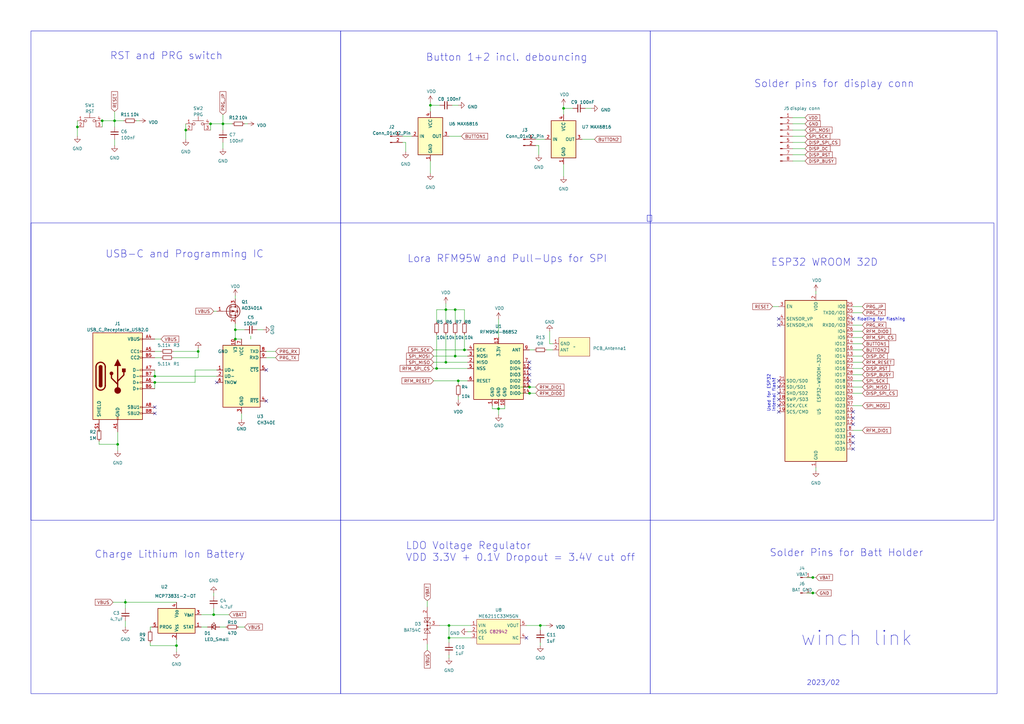
<source format=kicad_sch>
(kicad_sch (version 20230121) (generator eeschema)
  (paper "A3")
  (lib_symbols
    (symbol "Battery_Management:MCP73831-2-OT"
      (property "Reference" "U" (at -7.62 6.35 0))
      (property "Value" "MCP73831-2-OT" (at 1.27 6.35 0))
      (symbol "MCP73831-2-OT_1_1"
        (pin output line (at 10.16 -2.54 180) (length 2.54) (name "STAT") (number "1"))
        (pin power_in line (at 0 -7.62 90) (length 2.54) (name "V_{SS}") (number "2"))
        (pin power_out line (at 10.16 2.54 180) (length 2.54) (name "V_{BAT}") (number "3"))
        (pin power_in line (at 0 7.62 270) (length 2.54) (name "V_{DD}") (number "4"))
        (pin input line (at -10.16 -2.54 0) (length 2.54) (name "PROG") (number "5"))
      )
    )
    (symbol "Connector:Conn_01x01_Pin" (pin_names (offset 1.016) hide)
      (property "Reference" "J" (at 0 2.54 0))
      (property "Value" "Conn_01x01_Pin" (at 0 -2.54 0))
      (symbol "Conn_01x01_Pin_1_1"
        (pin passive line (at 5.08 0 180) (length 3.81) (name "Pin_1") (number "1"))
      )
    )
    (symbol "Connector:Conn_01x02_Pin" (pin_names (offset 1.016) hide)
      (property "Reference" "J" (at 0 2.54 0))
      (property "Value" "Conn_01x02_Pin" (at 0 -5.08 0))
      (symbol "Conn_01x02_Pin_1_1"
        (pin passive line (at 5.08 0 180) (length 3.81) (name "Pin_1") (number "1"))
        (pin passive line (at 5.08 -2.54 180) (length 3.81) (name "Pin_2") (number "2"))
      )
    )
    (symbol "Connector:Conn_01x08_Pin" (pin_names (offset 1.016) hide)
      (property "Reference" "J" (at 0 10.16 0))
      (property "Value" "Conn_01x08_Pin" (at 0 -12.7 0))
      (symbol "Conn_01x08_Pin_1_1"
        (pin passive line (at 5.08 7.62 180) (length 3.81) (name "Pin_1") (number "1"))
        (pin passive line (at 5.08 5.08 180) (length 3.81) (name "Pin_2") (number "2"))
        (pin passive line (at 5.08 2.54 180) (length 3.81) (name "Pin_3") (number "3"))
        (pin passive line (at 5.08 0 180) (length 3.81) (name "Pin_4") (number "4"))
        (pin passive line (at 5.08 -2.54 180) (length 3.81) (name "Pin_5") (number "5"))
        (pin passive line (at 5.08 -5.08 180) (length 3.81) (name "Pin_6") (number "6"))
        (pin passive line (at 5.08 -7.62 180) (length 3.81) (name "Pin_7") (number "7"))
        (pin passive line (at 5.08 -10.16 180) (length 3.81) (name "Pin_8") (number "8"))
      )
    )
    (symbol "Connector:USB_C_Receptacle_USB2.0" (pin_names (offset 1.016))
      (property "Reference" "J" (at -10.16 19.05 0))
      (property "Value" "USB_C_Receptacle_USB2.0" (at 19.05 19.05 0))
      (symbol "USB_C_Receptacle_USB2.0_1_1"
        (pin passive line (at 0 -22.86 90) (length 5.08) (name "GND") (number "A1"))
        (pin passive line (at 0 -22.86 90) (length 5.08) hide (name "GND") (number "A12"))
        (pin passive line (at 15.24 15.24 180) (length 5.08) (name "VBUS") (number "A4"))
        (pin bidirectional line (at 15.24 10.16 180) (length 5.08) (name "CC1") (number "A5"))
        (pin bidirectional line (at 15.24 -2.54 180) (length 5.08) (name "D+") (number "A6"))
        (pin bidirectional line (at 15.24 2.54 180) (length 5.08) (name "D-") (number "A7"))
        (pin bidirectional line (at 15.24 -12.7 180) (length 5.08) (name "SBU1") (number "A8"))
        (pin passive line (at 15.24 15.24 180) (length 5.08) hide (name "VBUS") (number "A9"))
        (pin passive line (at 0 -22.86 90) (length 5.08) hide (name "GND") (number "B1"))
        (pin passive line (at 0 -22.86 90) (length 5.08) hide (name "GND") (number "B12"))
        (pin passive line (at 15.24 15.24 180) (length 5.08) hide (name "VBUS") (number "B4"))
        (pin bidirectional line (at 15.24 7.62 180) (length 5.08) (name "CC2") (number "B5"))
        (pin bidirectional line (at 15.24 -5.08 180) (length 5.08) (name "D+") (number "B6"))
        (pin bidirectional line (at 15.24 0 180) (length 5.08) (name "D-") (number "B7"))
        (pin bidirectional line (at 15.24 -15.24 180) (length 5.08) (name "SBU2") (number "B8"))
        (pin passive line (at 15.24 15.24 180) (length 5.08) hide (name "VBUS") (number "B9"))
        (pin passive line (at -7.62 -22.86 90) (length 5.08) (name "SHIELD") (number "S1"))
      )
    )
    (symbol "Device:C_Small" (pin_numbers hide) (pin_names (offset 0.254) hide)
      (property "Reference" "C" (at 0.254 1.778 0))
      (property "Value" "C_Small" (at 0.254 -2.032 0))
      (symbol "C_Small_1_1"
        (pin passive line (at 0 2.54 270) (length 2.032) (name "~") (number "1"))
        (pin passive line (at 0 -2.54 90) (length 2.032) (name "~") (number "2"))
      )
    )
    (symbol "Device:LED_Small" (pin_numbers hide) (pin_names (offset 0.254) hide)
      (property "Reference" "D" (at -1.27 3.175 0))
      (property "Value" "LED_Small" (at -4.445 -2.54 0))
      (symbol "LED_Small_1_1"
        (pin passive line (at -2.54 0 0) (length 1.778) (name "K") (number "1"))
        (pin passive line (at 2.54 0 180) (length 1.778) (name "A") (number "2"))
      )
    )
    (symbol "Device:R_Small" (pin_numbers hide) (pin_names (offset 0.254) hide)
      (property "Reference" "R" (at 0.762 0.508 0))
      (property "Value" "R_Small" (at 0.762 -1.016 0))
      (symbol "R_Small_1_1"
        (pin passive line (at 0 2.54 270) (length 0.762) (name "~") (number "1"))
        (pin passive line (at 0 -2.54 90) (length 0.762) (name "~") (number "2"))
      )
    )
    (symbol "Diode:BAT54C" (pin_names (offset 1.016))
      (property "Reference" "D" (at 0.635 -3.81 0))
      (property "Value" "BAT54C" (at -6.35 3.175 0))
      (symbol "BAT54C_1_1"
        (pin passive line (at -7.62 0 0) (length 3.81) (name "~") (number "1"))
        (pin passive line (at 7.62 0 180) (length 3.81) (name "~") (number "2"))
        (pin passive line (at 0 -5.08 90) (length 5.08) (name "~") (number "3"))
      )
    )
    (symbol "Interface:MAX6816"
      (property "Reference" "U" (at 2.54 8.89 0))
      (property "Value" "MAX6816" (at 5.08 -8.89 0))
      (symbol "MAX6816_1_1"
        (pin power_in line (at 0 -10.16 90) (length 2.54) (name "GND") (number "1"))
        (pin input line (at -7.62 0 0) (length 2.54) (name "IN") (number "2"))
        (pin output line (at 7.62 0 180) (length 2.54) (name "OUT") (number "3"))
        (pin power_in line (at 0 10.16 270) (length 2.54) (name "VCC") (number "4"))
      )
    )
    (symbol "Interface_USB:CH340E"
      (property "Reference" "U" (at -5.08 13.97 0))
      (property "Value" "CH340E" (at 1.27 13.97 0))
      (symbol "CH340E_1_1"
        (pin bidirectional line (at -10.16 2.54 0) (length 2.54) (name "UD+") (number "1"))
        (pin passive line (at -2.54 15.24 270) (length 2.54) (name "V3") (number "10"))
        (pin bidirectional line (at -10.16 0 0) (length 2.54) (name "UD-") (number "2"))
        (pin power_in line (at 0 -15.24 90) (length 2.54) (name "GND") (number "3"))
        (pin output line (at 10.16 -10.16 180) (length 2.54) (name "~{RTS}") (number "4"))
        (pin input line (at 10.16 2.54 180) (length 2.54) (name "~{CTS}") (number "5"))
        (pin output line (at -10.16 -2.54 0) (length 2.54) (name "TNOW") (number "6"))
        (pin power_in line (at 0 15.24 270) (length 2.54) (name "VCC") (number "7"))
        (pin output line (at 10.16 10.16 180) (length 2.54) (name "TXD") (number "8"))
        (pin input line (at 10.16 7.62 180) (length 2.54) (name "RXD") (number "9"))
      )
    )
    (symbol "Lora:pcb_antenna"
      (property "Reference" "PCB_Antenna" (at 0 5.08 0))
      (symbol "pcb_antenna_0_1"
        (pin passive line (at -8.89 1.27 0) (length 2.54) (name "GND") (number "1"))
        (pin passive line (at -8.89 -1.27 0) (length 2.54) (name "ANT") (number "2"))
      )
    )
    (symbol "ME6211:ME6211C33M5G"
      (property "Reference" "U" (at 0 0 0))
      (property "Value" "ME6211C33M5GN" (at 0 -6.35 0))
      (symbol "ME6211C33M5G_1_1"
        (pin input line (at -11.43 2.54 0) (length 2.54) (name "VIN") (number "1"))
        (pin input line (at -11.43 0 0) (length 2.54) (name "VSS") (number "2"))
        (pin input line (at -11.43 -2.54 0) (length 2.54) (name "CE") (number "3"))
        (pin input line (at 11.43 -2.54 180) (length 2.54) (name "NC") (number "4"))
        (pin input line (at 11.43 2.54 180) (length 2.54) (name "VOUT") (number "5"))
      )
    )
    (symbol "RF_Module:ESP32-WROOM-32D"
      (property "Reference" "U" (at -12.7 34.29 0))
      (property "Value" "ESP32-WROOM-32D" (at 1.27 34.29 0))
      (symbol "ESP32-WROOM-32D_1_1"
        (pin power_in line (at 0 -35.56 90) (length 2.54) (name "GND") (number "1"))
        (pin bidirectional line (at 15.24 -12.7 180) (length 2.54) (name "IO25") (number "10"))
        (pin bidirectional line (at 15.24 -15.24 180) (length 2.54) (name "IO26") (number "11"))
        (pin bidirectional line (at 15.24 -17.78 180) (length 2.54) (name "IO27") (number "12"))
        (pin bidirectional line (at 15.24 10.16 180) (length 2.54) (name "IO14") (number "13"))
        (pin bidirectional line (at 15.24 15.24 180) (length 2.54) (name "IO12") (number "14"))
        (pin passive line (at 0 -35.56 90) (length 2.54) hide (name "GND") (number "15"))
        (pin bidirectional line (at 15.24 12.7 180) (length 2.54) (name "IO13") (number "16"))
        (pin bidirectional line (at -15.24 -5.08 0) (length 2.54) (name "SHD/SD2") (number "17"))
        (pin bidirectional line (at -15.24 -7.62 0) (length 2.54) (name "SWP/SD3") (number "18"))
        (pin bidirectional line (at -15.24 -12.7 0) (length 2.54) (name "SCS/CMD") (number "19"))
        (pin power_in line (at 0 35.56 270) (length 2.54) (name "VDD") (number "2"))
        (pin bidirectional line (at -15.24 -10.16 0) (length 2.54) (name "SCK/CLK") (number "20"))
        (pin bidirectional line (at -15.24 0 0) (length 2.54) (name "SDO/SD0") (number "21"))
        (pin bidirectional line (at -15.24 -2.54 0) (length 2.54) (name "SDI/SD1") (number "22"))
        (pin bidirectional line (at 15.24 7.62 180) (length 2.54) (name "IO15") (number "23"))
        (pin bidirectional line (at 15.24 25.4 180) (length 2.54) (name "IO2") (number "24"))
        (pin bidirectional line (at 15.24 30.48 180) (length 2.54) (name "IO0") (number "25"))
        (pin bidirectional line (at 15.24 20.32 180) (length 2.54) (name "IO4") (number "26"))
        (pin bidirectional line (at 15.24 5.08 180) (length 2.54) (name "IO16") (number "27"))
        (pin bidirectional line (at 15.24 2.54 180) (length 2.54) (name "IO17") (number "28"))
        (pin bidirectional line (at 15.24 17.78 180) (length 2.54) (name "IO5") (number "29"))
        (pin input line (at -15.24 30.48 0) (length 2.54) (name "EN") (number "3"))
        (pin bidirectional line (at 15.24 0 180) (length 2.54) (name "IO18") (number "30"))
        (pin bidirectional line (at 15.24 -2.54 180) (length 2.54) (name "IO19") (number "31"))
        (pin no_connect line (at -12.7 -27.94 0) (length 2.54) hide (name "NC") (number "32"))
        (pin bidirectional line (at 15.24 -5.08 180) (length 2.54) (name "IO21") (number "33"))
        (pin bidirectional line (at 15.24 22.86 180) (length 2.54) (name "RXD0/IO3") (number "34"))
        (pin bidirectional line (at 15.24 27.94 180) (length 2.54) (name "TXD0/IO1") (number "35"))
        (pin bidirectional line (at 15.24 -7.62 180) (length 2.54) (name "IO22") (number "36"))
        (pin bidirectional line (at 15.24 -10.16 180) (length 2.54) (name "IO23") (number "37"))
        (pin passive line (at 0 -35.56 90) (length 2.54) hide (name "GND") (number "38"))
        (pin passive line (at 0 -35.56 90) (length 2.54) hide (name "GND") (number "39"))
        (pin input line (at -15.24 25.4 0) (length 2.54) (name "SENSOR_VP") (number "4"))
        (pin input line (at -15.24 22.86 0) (length 2.54) (name "SENSOR_VN") (number "5"))
        (pin input line (at 15.24 -25.4 180) (length 2.54) (name "IO34") (number "6"))
        (pin input line (at 15.24 -27.94 180) (length 2.54) (name "IO35") (number "7"))
        (pin bidirectional line (at 15.24 -20.32 180) (length 2.54) (name "IO32") (number "8"))
        (pin bidirectional line (at 15.24 -22.86 180) (length 2.54) (name "IO33") (number "9"))
      )
    )
    (symbol "RF_Module:RFM95W-868S2" (pin_names (offset 1.016))
      (property "Reference" "U" (at -10.414 11.684 0))
      (property "Value" "RFM95W-868S2" (at 1.524 11.43 0))
      (symbol "RFM95W-868S2_1_1"
        (pin power_in line (at -2.54 -15.24 90) (length 2.54) (name "GND") (number "1"))
        (pin power_in line (at 2.54 -15.24 90) (length 2.54) (name "GND") (number "10"))
        (pin bidirectional line (at 12.7 -2.54 180) (length 2.54) (name "DIO3") (number "11"))
        (pin bidirectional line (at 12.7 0 180) (length 2.54) (name "DIO4") (number "12"))
        (pin power_in line (at 0 12.7 270) (length 2.54) (name "3.3V") (number "13"))
        (pin bidirectional line (at 12.7 -10.16 180) (length 2.54) (name "DIO0") (number "14"))
        (pin bidirectional line (at 12.7 -7.62 180) (length 2.54) (name "DIO1") (number "15"))
        (pin bidirectional line (at 12.7 -5.08 180) (length 2.54) (name "DIO2") (number "16"))
        (pin output line (at -12.7 2.54 0) (length 2.54) (name "MISO") (number "2"))
        (pin input line (at -12.7 5.08 0) (length 2.54) (name "MOSI") (number "3"))
        (pin input line (at -12.7 7.62 0) (length 2.54) (name "SCK") (number "4"))
        (pin input line (at -12.7 0 0) (length 2.54) (name "NSS") (number "5"))
        (pin bidirectional line (at -12.7 -5.08 0) (length 2.54) (name "RESET") (number "6"))
        (pin bidirectional line (at 12.7 2.54 180) (length 2.54) (name "DIO5") (number "7"))
        (pin power_in line (at 0 -15.24 90) (length 2.54) (name "GND") (number "8"))
        (pin bidirectional line (at 12.7 7.62 180) (length 2.54) (name "ANT") (number "9"))
      )
    )
    (symbol "SW_MEC_5E_1" (pin_names (offset 1.016) hide)
      (property "Reference" "SW" (at 0.635 5.715 0))
      (property "Value" "SW_MEC_5E" (at 0 -3.175 0))
      (symbol "SW_MEC_5E_1_0_1"
        (pin passive line (at -5.08 2.54 0) (length 2.54) (name "1") (number "1"))
        (pin passive line (at -5.08 0 0) (length 2.54) (name "2") (number "2"))
        (pin passive line (at 5.08 0 180) (length 2.54) (name "3") (number "3"))
        (pin passive line (at 5.08 2.54 180) (length 2.54) (name "4") (number "4"))
      )
    )
    (symbol "Switch:SW_MEC_5E" (pin_names (offset 1.016) hide)
      (property "Reference" "SW" (at 0.635 5.715 0))
      (property "Value" "SW_MEC_5E" (at 0 -3.175 0))
      (symbol "SW_MEC_5E_0_1"
        (pin passive line (at -5.08 2.54 0) (length 2.54) (name "1") (number "1"))
        (pin passive line (at -5.08 0 0) (length 2.54) (name "2") (number "2"))
        (pin passive line (at 5.08 0 180) (length 2.54) (name "K") (number "3"))
        (pin passive line (at 5.08 2.54 180) (length 2.54) (name "A") (number "4"))
      )
    )
    (symbol "Transistor_FET:AO3401A" (pin_names hide)
      (property "Reference" "Q" (at 5.08 1.905 0))
      (property "Value" "AO3401A" (at 5.08 0 0))
      (symbol "AO3401A_1_1"
        (pin input line (at -5.08 0 0) (length 2.54) (name "G") (number "1"))
        (pin passive line (at 2.54 -5.08 90) (length 2.54) (name "S") (number "2"))
        (pin passive line (at 2.54 5.08 270) (length 2.54) (name "D") (number "3"))
      )
    )
    (symbol "power:GND" (power) (pin_names (offset 0))
      (property "Value" "GND" (at 0 -3.81 0))
      (symbol "GND_1_1"
        (pin power_in line (at 0 0 270) (length 0) hide (name "GND") (number "1"))
      )
    )
    (symbol "power:VDD" (power) (pin_names (offset 0))
      (property "Value" "VDD" (at 0 3.81 0))
      (symbol "VDD_1_1"
        (pin power_in line (at 0 0 90) (length 0) hide (name "VDD") (number "1"))
      )
    )
  )
  (junction (at 221.615 256.54))
  (junction (at 72.39 264.795))
  (junction (at 333.375 236.855))
  (junction (at 333.375 243.205))
  (junction (at 46.99 49.53))
  (junction (at 86.36 50.8))
  (junction (at 76.2 53.34))
  (junction (at 182.88 127))
  (junction (at 96.52 139.065))
  (junction (at 231.14 44.45))
  (junction (at 184.15 261.62))
  (junction (at 184.15 256.54))
  (junction (at 91.44 50.8))
  (junction (at 96.52 135.255))
  (junction (at 87.63 252.095))
  (junction (at 48.26 182.245))
  (junction (at 186.69 127))
  (junction (at 217.17 158.75))
  (junction (at 204.47 167.64))
  (junction (at 51.435 247.015))
  (junction (at 190.5 143.51))
  (junction (at 186.69 146.05))
  (junction (at 41.91 49.53))
  (junction (at 31.75 52.07))
  (junction (at 179.07 151.13))
  (junction (at 182.88 148.59))
  (junction (at 176.53 43.18))
  (junction (at 81.28 144.145))
  (junction (at 63.5 156.845))
  (junction (at 187.96 156.21))
  (junction (at 217.17 161.29))
  (junction (at 63.5 154.305))
  (no_connect (at 63.5 167.005))
  (no_connect (at 217.17 156.21))
  (no_connect (at 217.17 153.67))
  (no_connect (at 349.885 184.15))
  (no_connect (at 319.405 166.37))
  (no_connect (at 319.405 168.91))
  (no_connect (at 217.17 151.13))
  (no_connect (at 349.885 171.45))
  (no_connect (at 109.22 151.765))
  (no_connect (at 217.17 148.59))
  (no_connect (at 349.885 130.81))
  (no_connect (at 319.405 156.21))
  (no_connect (at 349.885 179.07))
  (no_connect (at 63.5 169.545))
  (no_connect (at 349.885 181.61))
  (no_connect (at 319.405 130.81))
  (no_connect (at 319.405 133.35))
  (no_connect (at 349.885 168.91))
  (no_connect (at 215.9 261.62))
  (no_connect (at 319.405 161.29))
  (no_connect (at 319.405 158.75))
  (no_connect (at 109.22 164.465))
  (no_connect (at 319.405 163.83))
  (no_connect (at 349.885 173.99))
  (no_connect (at 88.9 156.845))
  (wire (pts (xy 187.96 156.21) (xy 187.96 157.48)))
  (wire (pts (xy 349.885 135.89) (xy 353.695 135.89)))
  (wire (pts (xy 63.5 139.065) (xy 66.04 139.065)))
  (wire (pts (xy 190.5 137.16) (xy 190.5 143.51)))
  (wire (pts (xy 217.17 161.29) (xy 219.71 161.29)))
  (wire (pts (xy 109.22 146.685) (xy 113.03 146.685)))
  (wire (pts (xy 330.835 243.205) (xy 333.375 243.205)))
  (wire (pts (xy 61.595 258.445) (xy 61.595 257.175)))
  (wire (pts (xy 182.88 127) (xy 182.88 124.46)))
  (wire (pts (xy 213.36 158.75) (xy 217.17 158.75)))
  (wire (pts (xy 63.5 144.145) (xy 66.04 144.145)))
  (wire (pts (xy 190.5 127) (xy 190.5 132.08)))
  (wire (pts (xy 31.75 49.53) (xy 31.75 52.07)))
  (wire (pts (xy 231.14 43.18) (xy 231.14 44.45)))
  (wire (pts (xy 100.33 50.8) (xy 101.6 50.8)))
  (wire (pts (xy 231.14 67.31) (xy 231.14 72.39)))
  (wire (pts (xy 238.76 57.15) (xy 243.84 57.15)))
  (wire (pts (xy 221.615 256.54) (xy 224.155 256.54)))
  (wire (pts (xy 76.2 53.34) (xy 76.2 57.15)))
  (wire (pts (xy 176.53 43.18) (xy 180.34 43.18)))
  (wire (pts (xy 184.15 55.88) (xy 189.23 55.88)))
  (wire (pts (xy 190.5 143.51) (xy 191.77 143.51)))
  (wire (pts (xy 349.885 166.37) (xy 353.695 166.37)))
  (wire (pts (xy 213.36 161.29) (xy 217.17 161.29)))
  (wire (pts (xy 349.885 146.05) (xy 353.695 146.05)))
  (wire (pts (xy 186.69 146.05) (xy 191.77 146.05)))
  (wire (pts (xy 182.88 127) (xy 182.88 132.08)))
  (wire (pts (xy 46.355 247.015) (xy 51.435 247.015)))
  (wire (pts (xy 96.52 139.065) (xy 99.06 139.065)))
  (wire (pts (xy 91.44 50.8) (xy 95.25 50.8)))
  (wire (pts (xy 105.41 135.255) (xy 107.95 135.255)))
  (wire (pts (xy 187.96 156.21) (xy 191.77 156.21)))
  (wire (pts (xy 176.53 41.91) (xy 176.53 43.18)))
  (wire (pts (xy 334.645 191.77) (xy 334.645 193.04)))
  (wire (pts (xy 40.64 177.165) (xy 40.64 175.895)))
  (wire (pts (xy 325.12 58.42) (xy 330.2 58.42)))
  (wire (pts (xy 224.155 143.51) (xy 226.695 143.51)))
  (wire (pts (xy 96.52 135.255) (xy 96.52 139.065)))
  (wire (pts (xy 63.5 151.765) (xy 63.5 154.305)))
  (wire (pts (xy 63.5 156.845) (xy 63.5 159.385)))
  (wire (pts (xy 91.44 50.8) (xy 91.44 53.34)))
  (wire (pts (xy 71.12 144.145) (xy 81.28 144.145)))
  (wire (pts (xy 46.99 45.72) (xy 46.99 49.53)))
  (wire (pts (xy 63.5 154.305) (xy 88.9 154.305)))
  (wire (pts (xy 51.435 245.745) (xy 51.435 247.015)))
  (wire (pts (xy 349.885 161.29) (xy 353.695 161.29)))
  (wire (pts (xy 186.69 127) (xy 182.88 127)))
  (wire (pts (xy 349.885 176.53) (xy 353.695 176.53)))
  (wire (pts (xy 325.12 63.5) (xy 330.2 63.5)))
  (wire (pts (xy 177.8 148.59) (xy 182.88 148.59)))
  (wire (pts (xy 87.63 249.555) (xy 87.63 252.095)))
  (wire (pts (xy 85.09 257.175) (xy 82.55 257.175)))
  (wire (pts (xy 72.39 262.255) (xy 72.39 264.795)))
  (wire (pts (xy 61.595 264.795) (xy 72.39 264.795)))
  (wire (pts (xy 184.15 269.875) (xy 184.15 268.605)))
  (wire (pts (xy 102.87 137.795) (xy 102.87 139.065)))
  (wire (pts (xy 349.885 128.27) (xy 353.695 128.27)))
  (wire (pts (xy 91.44 46.99) (xy 91.44 50.8)))
  (wire (pts (xy 51.435 254.635) (xy 51.435 257.175)))
  (wire (pts (xy 177.8 143.51) (xy 190.5 143.51)))
  (wire (pts (xy 48.26 177.165) (xy 48.26 182.245)))
  (wire (pts (xy 72.39 264.795) (xy 72.39 267.335)))
  (wire (pts (xy 81.28 144.145) (xy 81.28 146.685)))
  (wire (pts (xy 184.15 263.525) (xy 184.15 261.62)))
  (wire (pts (xy 176.53 66.04) (xy 176.53 71.12)))
  (wire (pts (xy 334.645 243.205) (xy 333.375 243.205)))
  (wire (pts (xy 219.71 57.15) (xy 223.52 57.15)))
  (wire (pts (xy 180.34 256.54) (xy 184.15 256.54)))
  (wire (pts (xy 325.12 53.34) (xy 330.2 53.34)))
  (wire (pts (xy 55.88 49.53) (xy 57.15 49.53)))
  (wire (pts (xy 177.8 151.13) (xy 179.07 151.13)))
  (wire (pts (xy 90.17 257.175) (xy 92.71 257.175)))
  (wire (pts (xy 325.12 60.96) (xy 330.2 60.96)))
  (wire (pts (xy 349.885 140.97) (xy 353.695 140.97)))
  (wire (pts (xy 349.885 158.75) (xy 353.695 158.75)))
  (wire (pts (xy 207.01 166.37) (xy 207.01 167.64)))
  (wire (pts (xy 51.435 249.555) (xy 51.435 247.015)))
  (wire (pts (xy 334.645 119.38) (xy 334.645 120.65)))
  (wire (pts (xy 204.47 170.18) (xy 204.47 167.64)))
  (wire (pts (xy 225.425 135.89) (xy 225.425 140.97)))
  (wire (pts (xy 86.36 50.8) (xy 91.44 50.8)))
  (wire (pts (xy 96.52 132.715) (xy 96.52 135.255)))
  (wire (pts (xy 46.99 49.53) (xy 46.99 52.07)))
  (wire (pts (xy 165.1 55.88) (xy 168.91 55.88)))
  (wire (pts (xy 349.885 156.21) (xy 353.695 156.21)))
  (wire (pts (xy 179.07 151.13) (xy 191.77 151.13)))
  (wire (pts (xy 182.88 137.16) (xy 182.88 148.59)))
  (wire (pts (xy 81.28 142.875) (xy 81.28 144.145)))
  (wire (pts (xy 63.5 156.845) (xy 80.01 156.845)))
  (wire (pts (xy 91.44 58.42) (xy 91.44 60.96)))
  (wire (pts (xy 96.52 135.255) (xy 100.33 135.255)))
  (wire (pts (xy 215.9 256.54) (xy 221.615 256.54)))
  (wire (pts (xy 217.17 143.51) (xy 219.075 143.51)))
  (wire (pts (xy 221.615 258.445) (xy 221.615 256.54)))
  (wire (pts (xy 96.52 121.285) (xy 96.52 122.555)))
  (wire (pts (xy 184.15 261.62) (xy 193.04 261.62)))
  (wire (pts (xy 46.99 57.15) (xy 46.99 59.69)))
  (wire (pts (xy 325.12 50.8) (xy 330.2 50.8)))
  (wire (pts (xy 80.01 156.845) (xy 80.01 151.765)))
  (wire (pts (xy 204.47 167.64) (xy 207.01 167.64)))
  (wire (pts (xy 41.91 49.53) (xy 46.99 49.53)))
  (wire (pts (xy 231.14 44.45) (xy 231.14 46.99)))
  (wire (pts (xy 179.07 127) (xy 179.07 132.08)))
  (wire (pts (xy 193.04 256.54) (xy 184.15 256.54)))
  (wire (pts (xy 240.03 44.45) (xy 242.57 44.45)))
  (wire (pts (xy 63.5 146.685) (xy 66.04 146.685)))
  (wire (pts (xy 349.885 143.51) (xy 353.695 143.51)))
  (wire (pts (xy 186.69 127) (xy 190.5 127)))
  (wire (pts (xy 217.17 158.75) (xy 219.71 158.75)))
  (wire (pts (xy 48.26 182.245) (xy 40.64 182.245)))
  (wire (pts (xy 179.07 137.16) (xy 179.07 151.13)))
  (wire (pts (xy 201.93 166.37) (xy 201.93 167.64)))
  (wire (pts (xy 48.26 182.245) (xy 48.26 184.785)))
  (wire (pts (xy 71.12 146.685) (xy 81.28 146.685)))
  (wire (pts (xy 325.12 55.88) (xy 330.2 55.88)))
  (wire (pts (xy 61.595 257.175) (xy 62.23 257.175)))
  (wire (pts (xy 99.06 169.545) (xy 99.06 172.085)))
  (wire (pts (xy 184.15 256.54) (xy 184.15 261.62)))
  (wire (pts (xy 87.63 127.635) (xy 88.9 127.635)))
  (wire (pts (xy 165.1 58.42) (xy 166.37 58.42)))
  (wire (pts (xy 330.835 236.855) (xy 333.375 236.855)))
  (wire (pts (xy 325.12 66.04) (xy 330.2 66.04)))
  (wire (pts (xy 185.42 43.18) (xy 187.96 43.18)))
  (wire (pts (xy 325.12 48.26) (xy 330.2 48.26)))
  (wire (pts (xy 316.865 125.73) (xy 319.405 125.73)))
  (wire (pts (xy 349.885 148.59) (xy 353.695 148.59)))
  (wire (pts (xy 349.885 151.13) (xy 353.695 151.13)))
  (wire (pts (xy 175.26 264.16) (xy 175.26 266.7)))
  (wire (pts (xy 166.37 58.42) (xy 166.37 62.23)))
  (wire (pts (xy 86.36 50.8) (xy 86.36 53.34)))
  (wire (pts (xy 175.26 246.38) (xy 175.26 248.92)))
  (wire (pts (xy 220.98 59.69) (xy 220.98 63.5)))
  (wire (pts (xy 186.69 137.16) (xy 186.69 146.05)))
  (wire (pts (xy 51.435 247.015) (xy 72.39 247.015)))
  (wire (pts (xy 87.63 243.205) (xy 87.63 244.475)))
  (wire (pts (xy 349.885 133.35) (xy 353.695 133.35)))
  (wire (pts (xy 201.93 167.64) (xy 204.47 167.64)))
  (wire (pts (xy 109.22 144.145) (xy 113.03 144.145)))
  (wire (pts (xy 82.55 252.095) (xy 87.63 252.095)))
  (wire (pts (xy 40.64 182.245) (xy 40.64 180.975)))
  (wire (pts (xy 31.75 52.07) (xy 31.75 55.88)))
  (wire (pts (xy 177.8 156.21) (xy 187.96 156.21)))
  (wire (pts (xy 46.99 49.53) (xy 50.8 49.53)))
  (wire (pts (xy 76.2 50.8) (xy 76.2 53.34)))
  (wire (pts (xy 349.885 153.67) (xy 353.695 153.67)))
  (wire (pts (xy 349.885 125.73) (xy 353.695 125.73)))
  (wire (pts (xy 177.8 146.05) (xy 186.69 146.05)))
  (wire (pts (xy 349.885 138.43) (xy 353.695 138.43)))
  (wire (pts (xy 187.96 162.56) (xy 187.96 163.83)))
  (wire (pts (xy 182.88 148.59) (xy 191.77 148.59)))
  (wire (pts (xy 225.425 140.97) (xy 226.695 140.97)))
  (wire (pts (xy 61.595 264.795) (xy 61.595 263.525)))
  (wire (pts (xy 204.47 138.43) (xy 204.47 130.81)))
  (wire (pts (xy 186.69 127) (xy 186.69 132.08)))
  (wire (pts (xy 334.645 236.855) (xy 333.375 236.855)))
  (wire (pts (xy 87.63 252.095) (xy 93.98 252.095)))
  (wire (pts (xy 221.615 264.795) (xy 221.615 263.525)))
  (wire (pts (xy 80.01 151.765) (xy 88.9 151.765)))
  (wire (pts (xy 204.47 166.37) (xy 204.47 167.64)))
  (wire (pts (xy 219.71 59.69) (xy 220.98 59.69)))
  (wire (pts (xy 191.77 259.08) (xy 193.04 259.08)))
  (wire (pts (xy 179.07 127) (xy 182.88 127)))
  (wire (pts (xy 231.14 44.45) (xy 234.95 44.45)))
  (wire (pts (xy 41.91 49.53) (xy 41.91 52.07)))
  (wire (pts (xy 100.33 257.175) (xy 97.79 257.175)))
  (wire (pts (xy 176.53 43.18) (xy 176.53 45.72)))
  (rectangle (start 266.7 12.7) (end 408.94 284.48))
  (rectangle (start 265.43 88.265) (end 267.335 90.805))
  (rectangle (start 12.7 91.44) (end 407.67 213.36))
  (rectangle (start 139.7 12.7) (end 266.7 284.48))
  (rectangle (start 12.7 12.7) (end 139.7 284.48))
  (text "Lora RFM95W and Pull-Ups for SPI" (at 167.005 107.95 0) (effects (font (size 3 3)) (justify left bottom)))
  (text "2023/02" (at 330.835 281.305 0) (effects (font (size 2 2)) (justify left bottom)))
  (text "Charge Lithium Ion Battery" (at 38.735 229.235 0) (effects (font (size 3 3)) (justify left bottom)))
  (text "floating for flashing" (at 351.5763 131.7182 0) (effects (font (size 1.27 1.27)) (justify left bottom)))
  (text "Used for ESP32\ninternal flash!" (at 318.135 168.91 90) (effects (font (size 1.27 1.27)) (justify left bottom)))
  (text "Solder Pins for Batt Holder\n" (at 315.595 228.6 0) (effects (font (size 3 3)) (justify left bottom)))
  (text "RST and PRG switch\n" (at 45.085 24.765 0) (effects (font (size 3 3)) (justify left bottom)))
  (text "Solder pins for display conn" (at 309.245 36.195 0) (effects (font (size 3 3)) (justify left bottom)))
  (text "LDO Voltage Regulator\nVDD 3.3V + 0.1V Dropout = 3.4V cut off" (at 166.37 230.505 0) (effects (font (size 3 3)) (justify left bottom)))
  (text "ESP32 WROOM 32D\n\n" (at 316.23 114.3 0) (effects (font (size 3 3)) (justify left bottom)))
  (text "USB-C and Programming IC\n" (at 43.18 106.045 0) (effects (font (size 3 3)) (justify left bottom)))
  (text "Button 1+2 incl. debouncing\n" (at 174.625 25.4 0) (effects (font (size 3 3)) (justify left bottom)))
  (text "winch link" (at 328.295 265.43 0) (effects (font (size 6 6)) (justify left bottom)))
  (global_label "DISP_DC" (shape input) (at 330.2 60.96 0) (property "Intersheetrefs" "${INTERSHEET_REFS}" (effects hide)))
  (global_label "RFM_DIO1" (shape input) (at 353.695 176.53 0) (property "Intersheetrefs" "${INTERSHEET_REFS}" (effects hide)))
  (global_label "SPI_SCK" (shape input) (at 330.2 55.88 0) (property "Intersheetrefs" "${INTERSHEET_REFS}" (effects hide)))
  (global_label "PRG_JP" (shape input) (at 353.695 125.73 0) (property "Intersheetrefs" "${INTERSHEET_REFS}" (effects hide)))
  (global_label "VBUS" (shape input) (at 87.63 127.635 180) (property "Intersheetrefs" "${INTERSHEET_REFS}" (effects hide)))
  (global_label "SPI_MISO" (shape input) (at 177.8 148.59 180) (property "Intersheetrefs" "${INTERSHEET_REFS}" (effects hide)))
  (global_label "PRG_TX" (shape input) (at 353.695 128.27 0) (property "Intersheetrefs" "${INTERSHEET_REFS}" (effects hide)))
  (global_label "RESET" (shape input) (at 46.99 45.72 90) (property "Intersheetrefs" "${INTERSHEET_REFS}" (effects hide)))
  (global_label "VBAT" (shape input) (at 93.98 252.095 0) (property "Intersheetrefs" "${INTERSHEET_REFS}" (effects hide)))
  (global_label "VBUS" (shape input) (at 100.33 257.175 0) (property "Intersheetrefs" "${INTERSHEET_REFS}" (effects hide)))
  (global_label "BUTTON1" (shape input) (at 353.695 140.97 0) (property "Intersheetrefs" "${INTERSHEET_REFS}" (effects hide)))
  (global_label "DISP_RST" (shape input) (at 353.695 151.13 0) (property "Intersheetrefs" "${INTERSHEET_REFS}" (effects hide)))
  (global_label "SPI_SCK" (shape input) (at 353.695 156.21 0) (property "Intersheetrefs" "${INTERSHEET_REFS}" (effects hide)))
  (global_label "RFM_DIO0" (shape input) (at 219.71 161.29 0) (property "Intersheetrefs" "${INTERSHEET_REFS}" (effects hide)))
  (global_label "VBUS" (shape input) (at 66.04 139.065 0) (property "Intersheetrefs" "${INTERSHEET_REFS}" (effects hide)))
  (global_label "SPI_MOSI" (shape input) (at 177.8 146.05 180) (property "Intersheetrefs" "${INTERSHEET_REFS}" (effects hide)))
  (global_label "GND" (shape input) (at 334.645 243.205 0) (property "Intersheetrefs" "${INTERSHEET_REFS}" (effects hide)))
  (global_label "SPI_MOSI" (shape input) (at 330.2 53.34 0) (property "Intersheetrefs" "${INTERSHEET_REFS}" (effects hide)))
  (global_label "RFM_SPI_CS" (shape input) (at 353.695 138.43 0) (property "Intersheetrefs" "${INTERSHEET_REFS}" (effects hide)))
  (global_label "VBUS" (shape input) (at 46.355 247.015 180) (property "Intersheetrefs" "${INTERSHEET_REFS}" (effects hide)))
  (global_label "DISP_BUSY" (shape input) (at 353.695 153.67 0) (property "Intersheetrefs" "${INTERSHEET_REFS}" (effects hide)))
  (global_label "RFM_DIO1" (shape input) (at 219.71 158.75 0) (property "Intersheetrefs" "${INTERSHEET_REFS}" (effects hide)))
  (global_label "RFM_RESET" (shape input) (at 353.695 148.59 0) (property "Intersheetrefs" "${INTERSHEET_REFS}" (effects hide)))
  (global_label "PRG_JP" (shape input) (at 91.44 46.99 90) (property "Intersheetrefs" "${INTERSHEET_REFS}" (effects hide)))
  (global_label "GND" (shape input) (at 330.2 50.8 0) (property "Intersheetrefs" "${INTERSHEET_REFS}" (effects hide)))
  (global_label "RFM_DIO0" (shape input) (at 353.695 135.89 0) (property "Intersheetrefs" "${INTERSHEET_REFS}" (effects hide)))
  (global_label "DISP_BUSY" (shape input) (at 330.2 66.04 0) (property "Intersheetrefs" "${INTERSHEET_REFS}" (effects hide)))
  (global_label "RFM_SPI_CS" (shape input) (at 177.8 151.13 180) (property "Intersheetrefs" "${INTERSHEET_REFS}" (effects hide)))
  (global_label "DISP_RST" (shape input) (at 330.2 63.5 0) (property "Intersheetrefs" "${INTERSHEET_REFS}" (effects hide)))
  (global_label "BUTTON1" (shape input) (at 189.23 55.88 0) (property "Intersheetrefs" "${INTERSHEET_REFS}" (effects hide)))
  (global_label "PRG_RX" (shape input) (at 113.03 144.145 0) (property "Intersheetrefs" "${INTERSHEET_REFS}" (effects hide)))
  (global_label "RESET" (shape input) (at 316.865 125.73 180) (property "Intersheetrefs" "${INTERSHEET_REFS}" (effects hide)))
  (global_label "PRG_RX" (shape input) (at 353.695 133.35 0) (property "Intersheetrefs" "${INTERSHEET_REFS}" (effects hide)))
  (global_label "DISP_DC" (shape input) (at 353.695 146.05 0) (property "Intersheetrefs" "${INTERSHEET_REFS}" (effects hide)))
  (global_label "VBUS" (shape input) (at 175.26 266.7 270) (property "Intersheetrefs" "${INTERSHEET_REFS}" (effects hide)))
  (global_label "BUTTON2" (shape input) (at 243.84 57.15 0) (property "Intersheetrefs" "${INTERSHEET_REFS}" (effects hide)))
  (global_label "SPI_MISO" (shape input) (at 353.695 158.75 0) (property "Intersheetrefs" "${INTERSHEET_REFS}" (effects hide)))
  (global_label "PRG_TX" (shape input) (at 113.03 146.685 0) (property "Intersheetrefs" "${INTERSHEET_REFS}" (effects hide)))
  (global_label "RFM_RESET" (shape input) (at 177.8 156.21 180) (property "Intersheetrefs" "${INTERSHEET_REFS}" (effects hide)))
  (global_label "BUTTON2" (shape input) (at 353.695 143.51 0) (property "Intersheetrefs" "${INTERSHEET_REFS}" (effects hide)))
  (global_label "SPI_MOSI" (shape input) (at 353.695 166.37 0) (property "Intersheetrefs" "${INTERSHEET_REFS}" (effects hide)))
  (global_label "VBAT" (shape input) (at 334.645 236.855 0) (property "Intersheetrefs" "${INTERSHEET_REFS}" (effects hide)))
  (global_label "SPI_SCK" (shape input) (at 177.8 143.51 180) (property "Intersheetrefs" "${INTERSHEET_REFS}" (effects hide)))
  (global_label "DISP_SPI_CS" (shape input) (at 330.2 58.42 0) (property "Intersheetrefs" "${INTERSHEET_REFS}" (effects hide)))
  (global_label "DISP_SPI_CS" (shape input) (at 353.695 161.29 0) (property "Intersheetrefs" "${INTERSHEET_REFS}" (effects hide)))
  (global_label "VBAT" (shape input) (at 175.26 246.38 90) (property "Intersheetrefs" "${INTERSHEET_REFS}" (effects hide)))
  (global_label "VDD" (shape input) (at 330.2 48.26 0) (property "Intersheetrefs" "${INTERSHEET_REFS}" (effects hide)))
  (symbol (lib_id "RF_Module:RFM95W-868S2") (at 204.47 151.13 0) (unit 1)
    (property "Reference" "U1" (at 204.47 133.8326 0))
    (property "Value" "RFM95W-868S2" (at 204.47 136.144 0))
    (property "Footprint" "RF_Module:HOPERF_RFM9XW_SMD" (effects hide))
    (property "Datasheet" "https://www.hoperf.com/data/upload/portal/20181127/5bfcbea20e9ef.pdf" (effects hide))
    (property "LCSC" "C2844472" (effects hide))
  )
  (symbol (lib_id "Interface_USB:CH340E") (at 99.06 154.305 0) (unit 1)
    (property "Reference" "U3" (at 106.68 170.815 0))
    (property "Value" "CH340E" (at 109.22 173.355 0))
    (property "Footprint" "Package_SO:MSOP-10_3x3mm_P0.5mm" (effects hide))
    (property "Datasheet" "https://www.mpja.com/download/35227cpdata.pdf" (effects hide))
    (property "LCSC" "C99652" (effects hide))
  )
  (symbol (lib_id "power:GND") (at 204.47 170.18 0) (unit 1)
    (property "Reference" "#PWR0102" (effects hide))
    (property "Value" "GND" (at 204.597 174.5742 0))
  )
  (symbol (lib_id "power:VDD") (at 182.88 124.46 0) (unit 1)
    (property "Reference" "#PWR0101" (effects hide))
    (property "Value" "VDD" (at 182.88 120.015 0))
  )
  (symbol (lib_id "power:VDD") (at 204.47 130.81 0) (unit 1)
    (property "Reference" "#PWR0104" (effects hide))
    (property "Value" "VDD" (at 204.851 126.4158 0))
  )
  (symbol (lib_id "power:GND") (at 242.57 44.45 90) (unit 1)
    (property "Reference" "#PWR025" (effects hide))
    (property "Value" "GND" (at 246.38 45.085 90) (effects (justify right)))
  )
  (symbol (lib_id "power:GND") (at 225.425 135.89 180) (unit 1)
    (property "Reference" "#PWR027" (effects hide))
    (property "Value" "GND" (at 225.425 132.08 0))
  )
  (symbol (lib_id "Switch:SW_MEC_5E") (at 81.28 53.34 0) (unit 1)
    (property "Reference" "SW2" (at 81.28 44.45 0))
    (property "Value" "PRG" (at 81.28 46.99 0))
    (property "Footprint" "TS-1187A-B-A-B:SW_TS-1187A-B-A-B" (effects hide))
    (property "Datasheet" "http://www.apem.com/int/index.php?controller=attachment&id_attachment=1371" (effects hide))
    (property "LCSC" "C318889" (effects hide))
  )
  (symbol (lib_id "Connector:Conn_01x02_Pin") (at 160.02 55.88 0) (unit 1)
    (property "Reference" "J2" (at 160.655 52.07 0))
    (property "Value" "Conn_01x02_Pin" (at 160.655 54.61 0))
    (property "Footprint" "Connector_PinSocket_2.54mm:PinSocket_1x02_P2.54mm_Vertical" (effects hide))
  )
  (symbol (lib_id "Device:LED_Small") (at 87.63 257.175 0) (unit 1)
    (property "Reference" "D1" (at 85.09 259.715 0))
    (property "Value" "LED_Small" (at 88.9 262.255 0))
    (property "Footprint" "LED_SMD:LED_0603_1608Metric" (effects hide))
    (property "LCSC" "C2286" (effects hide))
  )
  (symbol (lib_id "power:VDD") (at 224.155 256.54 270) (unit 1)
    (property "Reference" "#PWR030" (effects hide))
    (property "Value" "VDD" (at 227.965 257.175 90) (effects (justify left)))
  )
  (symbol (lib_id "Diode:BAT54C") (at 175.26 256.54 90) (unit 1)
    (property "Reference" "D3" (at 172.72 255.905 90) (effects (justify left)))
    (property "Value" "BAT54C" (at 172.72 258.445 90) (effects (justify left)))
    (property "Footprint" "Package_TO_SOT_SMD:SOT-23" (effects hide))
    (property "Datasheet" "http://www.diodes.com/_files/datasheets/ds11005.pdf" (effects hide))
    (property "LCSC" "C171429" (effects hide))
  )
  (symbol (lib_id "power:GND") (at 81.28 142.875 180) (unit 1)
    (property "Reference" "#PWR01" (effects hide))
    (property "Value" "GND" (at 91.44 144.145 0))
  )
  (symbol (lib_id "power:VDD") (at 231.14 43.18 0) (unit 1)
    (property "Reference" "#PWR023" (effects hide))
    (property "Value" "VDD" (at 231.521 38.7858 0))
  )
  (symbol (lib_id "Device:R_Small") (at 68.58 144.145 90) (unit 1)
    (property "Reference" "R3" (at 72.39 141.605 90))
    (property "Value" "5.11k" (at 67.31 141.605 90))
    (property "Footprint" "Resistor_SMD:R_0402_1005Metric" (effects hide))
    (property "Datasheet" "https://datasheet.lcsc.com/lcsc/1811081413_RALEC-RTT025111FTH_C103084.pdf" (effects hide))
    (property "LCSC" "C103084" (effects hide))
  )
  (symbol (lib_id "Connector:Conn_01x01_Pin") (at 328.295 236.855 0) (unit 1)
    (property "Reference" "J4" (at 328.93 233.045 0))
    (property "Value" "VBAT" (at 328.93 235.585 0))
    (property "Footprint" "Connector_PinHeader_2.54mm:PinHeader_1x01_P2.54mm_Vertical" (effects hide))
  )
  (symbol (lib_id "Device:R_Small") (at 61.595 260.985 180) (unit 1)
    (property "Reference" "R9" (at 58.42 260.35 0))
    (property "Value" "2k" (at 58.42 262.255 0))
    (property "Footprint" "Resistor_SMD:R_0402_1005Metric" (effects hide))
    (property "Datasheet" "https://datasheet.lcsc.com/lcsc/1912111437_Viking-Tech-CR-02JL6----2K_C409711.pdf" (effects hide))
    (property "LCSC" "C409711" (effects hide))
  )
  (symbol (lib_id "Device:R_Small") (at 187.96 160.02 0) (unit 1)
    (property "Reference" "R4" (at 189.23 158.75 0) (effects (justify left)))
    (property "Value" "10k" (at 189.23 162.56 0) (effects (justify left)))
    (property "Footprint" "Resistor_SMD:R_0402_1005Metric" (effects hide))
    (property "Datasheet" "https://datasheet.lcsc.com/lcsc/1912111437_Viking-Tech-CR-02FL6---10K_C406733.pdf" (effects hide))
    (property "LCSC" "C406733" (effects hide))
  )
  (symbol (lib_id "power:GND") (at 31.75 55.88 0) (unit 1)
    (property "Reference" "#PWR013" (effects hide))
    (property "Value" "GND" (at 31.75 60.96 0))
  )
  (symbol (lib_id "Device:R_Small") (at 190.5 134.62 0) (unit 1)
    (property "Reference" "R8" (at 190.5 132.08 0) (effects (justify left)))
    (property "Value" "10k" (at 190.5 138.43 0) (effects (justify left)))
    (property "Footprint" "Resistor_SMD:R_0402_1005Metric" (effects hide))
    (property "Datasheet" "https://datasheet.lcsc.com/lcsc/1912111437_Viking-Tech-CR-02FL6---10K_C406733.pdf" (effects hide))
    (property "LCSC" "C406733" (effects hide))
  )
  (symbol (lib_id "Device:R_Small") (at 97.79 50.8 90) (unit 1)
    (property "Reference" "R12" (at 97.79 48.26 90) (effects (justify left)))
    (property "Value" "10k" (at 101.6 48.26 90) (effects (justify left)))
    (property "Footprint" "Resistor_SMD:R_0402_1005Metric" (effects hide))
    (property "Datasheet" "https://datasheet.lcsc.com/lcsc/1912111437_Viking-Tech-CR-02FL6---10K_C406733.pdf" (effects hide))
    (property "LCSC" "C406733" (effects hide))
  )
  (symbol (lib_id "Connector:Conn_01x02_Pin") (at 214.63 57.15 0) (unit 1)
    (property "Reference" "J3" (at 215.265 53.34 0))
    (property "Value" "Conn_01x02_Pin" (at 215.265 55.88 0))
    (property "Footprint" "Connector_PinSocket_2.54mm:PinSocket_1x02_P2.54mm_Vertical" (effects hide))
  )
  (symbol (lib_id "Device:R_Small") (at 53.34 49.53 90) (unit 1)
    (property "Reference" "R11" (at 53.34 46.99 90) (effects (justify left)))
    (property "Value" "10k" (at 57.15 46.99 90) (effects (justify left)))
    (property "Footprint" "Resistor_SMD:R_0402_1005Metric" (effects hide))
    (property "Datasheet" "https://datasheet.lcsc.com/lcsc/1912111437_Viking-Tech-CR-02FL6---10K_C406733.pdf" (effects hide))
    (property "LCSC" "C406733" (effects hide))
  )
  (symbol (lib_id "Interface:MAX6816") (at 231.14 57.15 0) (unit 1)
    (property "Reference" "U7" (at 240.03 52.07 0))
    (property "Value" "MAX6816" (at 246.38 52.07 0))
    (property "Footprint" "Package_TO_SOT_SMD:SOT-143" (effects hide))
    (property "Datasheet" "https://datasheets.maximintegrated.com/en/ds/1896.pdf" (effects hide))
    (property "LCSC" "C41637" (effects hide))
  )
  (symbol (lib_id "power:VDD") (at 187.96 163.83 180) (unit 1)
    (property "Reference" "#PWR04" (effects hide))
    (property "Value" "VDD" (at 187.96 168.91 0))
  )
  (symbol (lib_id "Connector:USB_C_Receptacle_USB2.0") (at 48.26 154.305 0) (unit 1)
    (property "Reference" "J1" (at 48.26 132.715 0))
    (property "Value" "USB_C_Receptacle_USB2.0" (at 48.26 135.255 0))
    (property "Footprint" "Connector_USB:USB_C_Receptacle_HRO_TYPE-C-31-M-12" (effects hide))
    (property "Datasheet" "https://www.usb.org/sites/default/files/documents/usb_type-c.zip" (effects hide))
    (property "LCSC" "C167321" (effects hide))
  )
  (symbol (lib_id "Connector:Conn_01x01_Pin") (at 328.295 243.205 0) (unit 1)
    (property "Reference" "J6" (at 328.93 239.395 0))
    (property "Value" "BAT GND" (at 328.93 241.935 0))
    (property "Footprint" "Connector_PinHeader_2.54mm:PinHeader_1x01_P2.54mm_Vertical" (effects hide))
  )
  (symbol (lib_id "Device:R_Small") (at 182.88 134.62 0) (unit 1)
    (property "Reference" "R6" (at 182.88 132.08 0) (effects (justify left)))
    (property "Value" "10k" (at 182.88 138.43 0) (effects (justify left)))
    (property "Footprint" "Resistor_SMD:R_0402_1005Metric" (effects hide))
    (property "Datasheet" "https://datasheet.lcsc.com/lcsc/1912111437_Viking-Tech-CR-02FL6---10K_C406733.pdf" (effects hide))
    (property "LCSC" "C406733" (effects hide))
  )
  (symbol (lib_id "ME6211:ME6211C33M5G") (at 204.47 259.08 0) (unit 1)
    (property "Reference" "U8" (at 204.47 250.19 0))
    (property "Value" "ME6211C33M5GN" (at 204.47 252.73 0))
    (property "Footprint" "ME6211:SOT-23-5" (effects hide))
    (property "LCSC" "C82942" (at 204.47 259.08 0))
  )
  (symbol (lib_id "power:GND") (at 87.63 243.205 180) (unit 1)
    (property "Reference" "#PWR08" (effects hide))
    (property "Value" "GND" (at 87.63 238.125 0))
  )
  (symbol (lib_id "power:VDD") (at 334.645 119.38 0) (unit 1)
    (property "Reference" "#PWR03" (effects hide))
    (property "Value" "VDD" (at 335.026 114.9858 0))
  )
  (symbol (lib_id "power:GND") (at 107.95 135.255 90) (unit 1)
    (property "Reference" "#PWR010" (effects hide))
    (property "Value" "GND" (at 111.76 135.255 0))
  )
  (symbol (lib_id "Device:C_Small") (at 221.615 260.985 0) (unit 1)
    (property "Reference" "C11" (at 224.155 260.3563 0) (effects (justify left)))
    (property "Value" "1uF" (at 224.155 262.8963 0) (effects (justify left)))
    (property "Footprint" "Resistor_SMD:R_0402_1005Metric" (effects hide))
    (property "Datasheet" "https://datasheet.lcsc.com/lcsc/1811031143_YAGEO-CC0402KRX5R7BB105_C325464.pdf" (effects hide))
    (property "LCSC" "C325464" (effects hide))
  )
  (symbol (lib_id "Device:C_Small") (at 184.15 266.065 0) (unit 1)
    (property "Reference" "C10" (at 186.69 265.4363 0) (effects (justify left)))
    (property "Value" "1uF" (at 186.69 267.9763 0) (effects (justify left)))
    (property "Footprint" "Resistor_SMD:R_0402_1005Metric" (effects hide))
    (property "Datasheet" "https://datasheet.lcsc.com/lcsc/1811031143_YAGEO-CC0402KRX5R7BB105_C325464.pdf" (effects hide))
    (property "LCSC" "C325464" (effects hide))
  )
  (symbol (lib_id "Device:R_Small") (at 221.615 143.51 90) (unit 1)
    (property "Reference" "R13" (at 221.615 138.43 90))
    (property "Value" "0R" (at 221.615 140.97 90))
    (property "Footprint" "Resistor_SMD:R_0603_1608Metric" (effects hide))
    (property "LCSC" "C21189" (effects hide))
  )
  (symbol (lib_id "power:GND") (at 166.37 62.23 0) (unit 1)
    (property "Reference" "#PWR021" (effects hide))
    (property "Value" "GND" (at 166.37 67.31 0))
  )
  (symbol (lib_id "Device:R_Small") (at 40.64 178.435 180) (unit 1)
    (property "Reference" "R2" (at 38.1 177.165 0))
    (property "Value" "1M" (at 38.1 179.705 0))
    (property "Footprint" "Resistor_SMD:R_0402_1005Metric" (effects hide))
    (property "Datasheet" "https://datasheet.lcsc.com/lcsc/1811101620_TyoHM-RMC04021M1-N_C269676.pdf" (effects hide))
    (property "LCSC" "C269676" (effects hide))
  )
  (symbol (lib_id "power:GND") (at 99.06 172.085 0) (unit 1)
    (property "Reference" "#PWR09" (effects hide))
    (property "Value" "GND" (at 99.06 175.895 0))
  )
  (symbol (lib_id "Device:R_Small") (at 68.58 146.685 90) (unit 1)
    (property "Reference" "R1" (at 72.39 149.225 90))
    (property "Value" "5.11k" (at 67.31 149.225 90))
    (property "Footprint" "Resistor_SMD:R_0402_1005Metric" (effects hide))
    (property "Datasheet" "https://datasheet.lcsc.com/lcsc/1811081413_RALEC-RTT025111FTH_C103084.pdf" (effects hide))
    (property "LCSC" "C103084" (effects hide))
  )
  (symbol (lib_id "RF_Module:ESP32-WROOM-32D") (at 334.645 156.21 0) (unit 1)
    (property "Reference" "U5" (at 335.915 170.18 90) (effects (justify left)))
    (property "Value" "ESP32-WROOM-32D" (at 335.915 165.1 90) (effects (justify left)))
    (property "Footprint" "RF_Module:ESP32-WROOM-32D" (effects hide))
    (property "Datasheet" "https://www.espressif.com/sites/default/files/documentation/esp32-wroom-32d_esp32-wroom-32u_datasheet_en.pdf" (effects hide))
    (property "LCSC" "C473012" (effects hide))
  )
  (symbol (lib_name "SW_MEC_5E_1") (lib_id "Switch:SW_MEC_5E") (at 36.83 52.07 0) (unit 1)
    (property "Reference" "SW1" (at 36.83 43.18 0))
    (property "Value" "RST" (at 36.83 45.72 0))
    (property "Footprint" "TS-1187A-B-A-B:SW_TS-1187A-B-A-B" (effects hide))
    (property "Datasheet" "http://www.apem.com/int/index.php?controller=attachment&id_attachment=1371" (effects hide))
    (property "LCSC" "C318889" (effects hide))
  )
  (symbol (lib_id "Device:C_Small") (at 87.63 247.015 0) (unit 1)
    (property "Reference" "C4" (at 90.17 246.3863 0) (effects (justify left)))
    (property "Value" "4.7uF" (at 90.17 248.9263 0) (effects (justify left)))
    (property "Footprint" "Resistor_SMD:R_0402_1005Metric" (effects hide))
    (property "Datasheet" "http://www.yuden.co.jp/cs/" (effects hide))
    (property "LCSC" "C87147" (effects hide))
  )
  (symbol (lib_id "power:GND") (at 51.435 257.175 0) (unit 1)
    (property "Reference" "#PWR05" (effects hide))
    (property "Value" "GND" (at 51.435 262.255 0))
  )
  (symbol (lib_id "Lora:pcb_antenna") (at 235.585 142.24 0) (unit 1)
    (property "Reference" "PCB_Antenna1" (at 243.205 142.875 0) (effects (justify left)))
    (property "Value" "~" (at 235.585 142.24 0))
    (property "Footprint" "Lora:pcb antenna" (effects hide))
  )
  (symbol (lib_id "power:GND") (at 191.77 259.08 270) (unit 1)
    (property "Reference" "#PWR029" (effects hide))
    (property "Value" "GND" (at 188.595 259.715 90) (effects (justify right)))
  )
  (symbol (lib_id "Interface:MAX6816") (at 176.53 55.88 0) (unit 1)
    (property "Reference" "U6" (at 185.42 50.8 0))
    (property "Value" "MAX6816" (at 191.77 50.8 0))
    (property "Footprint" "Package_TO_SOT_SMD:SOT-143" (effects hide))
    (property "Datasheet" "https://datasheets.maximintegrated.com/en/ds/1896.pdf" (effects hide))
    (property "LCSC" "C41637" (effects hide))
  )
  (symbol (lib_id "power:GND") (at 184.15 269.875 0) (unit 1)
    (property "Reference" "#PWR028" (effects hide))
    (property "Value" "GND" (at 184.15 274.955 0))
  )
  (symbol (lib_id "power:GND") (at 91.44 60.96 0) (unit 1)
    (property "Reference" "#PWR015" (effects hide))
    (property "Value" "GND" (at 91.44 66.04 0))
  )
  (symbol (lib_id "Device:C_Small") (at 237.49 44.45 270) (unit 1)
    (property "Reference" "C9" (at 236.8486 41.91 90) (effects (justify right)))
    (property "Value" "100nF" (at 243.84 41.91 90) (effects (justify right)))
    (property "Footprint" "Resistor_SMD:R_0402_1005Metric" (effects hide))
    (property "Datasheet" "https://datasheet.lcsc.com/lcsc/1912111437_TDK-C1005X7R1C104KT000F_C338032.pdf" (effects hide))
    (property "LCSC" "C338032" (effects hide))
  )
  (symbol (lib_id "Device:C_Small") (at 51.435 252.095 0) (unit 1)
    (property "Reference" "C3" (at 46.355 251.46 0) (effects (justify left)))
    (property "Value" "4.7uF" (at 45.085 254 0) (effects (justify left)))
    (property "Footprint" "Resistor_SMD:R_0402_1005Metric" (effects hide))
    (property "Datasheet" "http://www.yuden.co.jp/cs/" (effects hide))
    (property "LCSC" "C87147" (effects hide))
  )
  (symbol (lib_id "power:VDD") (at 57.15 49.53 270) (unit 1)
    (property "Reference" "#PWR011" (effects hide))
    (property "Value" "VDD" (at 60.96 50.165 90) (effects (justify left)))
  )
  (symbol (lib_id "power:GND") (at 176.53 71.12 0) (unit 1)
    (property "Reference" "#PWR018" (effects hide))
    (property "Value" "GND" (at 176.53 76.835 0))
  )
  (symbol (lib_id "power:GND") (at 48.26 184.785 0) (unit 1)
    (property "Reference" "#PWR02" (effects hide))
    (property "Value" "GND" (at 48.26 189.865 0))
  )
  (symbol (lib_id "power:VDD") (at 101.6 50.8 270) (unit 1)
    (property "Reference" "#PWR016" (effects hide))
    (property "Value" "VDD" (at 105.41 51.435 90) (effects (justify left)))
  )
  (symbol (lib_id "power:GND") (at 220.98 63.5 0) (unit 1)
    (property "Reference" "#PWR022" (effects hide))
    (property "Value" "GND" (at 220.98 68.58 0))
  )
  (symbol (lib_id "Device:C_Small") (at 91.44 55.88 180) (unit 1)
    (property "Reference" "C7" (at 93.98 55.2386 0) (effects (justify right)))
    (property "Value" "100nF" (at 93.98 57.7786 0) (effects (justify right)))
    (property "Footprint" "Resistor_SMD:R_0402_1005Metric" (effects hide))
    (property "Datasheet" "https://datasheet.lcsc.com/lcsc/1912111437_TDK-C1005X7R1C104KT000F_C338032.pdf" (effects hide))
    (property "LCSC" "C338032" (effects hide))
  )
  (symbol (lib_id "power:GND") (at 334.645 193.04 0) (unit 1)
    (property "Reference" "#PWR017" (effects hide))
    (property "Value" "GND" (at 334.645 198.12 0))
  )
  (symbol (lib_id "Connector:Conn_01x08_Pin") (at 320.04 55.88 0) (unit 1)
    (property "Reference" "J5" (at 322.58 44.45 0))
    (property "Value" "display conn" (at 330.2 44.45 0))
    (property "Footprint" "Connector_PinHeader_2.54mm:PinHeader_1x08_P2.54mm_Vertical" (effects hide))
  )
  (symbol (lib_id "power:VDD") (at 176.53 41.91 0) (unit 1)
    (property "Reference" "#PWR020" (effects hide))
    (property "Value" "VDD" (at 176.911 37.5158 0))
  )
  (symbol (lib_id "power:GND") (at 221.615 264.795 0) (unit 1)
    (property "Reference" "#PWR031" (effects hide))
    (property "Value" "GND" (at 221.615 269.875 0))
  )
  (symbol (lib_id "power:GND") (at 187.96 43.18 90) (unit 1)
    (property "Reference" "#PWR019" (effects hide))
    (property "Value" "GND" (at 191.77 43.815 90) (effects (justify right)))
  )
  (symbol (lib_id "power:GND") (at 72.39 267.335 0) (unit 1)
    (property "Reference" "#PWR07" (effects hide))
    (property "Value" "GND" (at 72.39 272.415 0))
  )
  (symbol (lib_id "Device:C_Small") (at 182.88 43.18 270) (unit 1)
    (property "Reference" "C8" (at 182.2386 40.64 90) (effects (justify right)))
    (property "Value" "100nF" (at 189.23 40.64 90) (effects (justify right)))
    (property "Footprint" "Resistor_SMD:R_0402_1005Metric" (effects hide))
    (property "Datasheet" "https://datasheet.lcsc.com/lcsc/1912111437_TDK-C1005X7R1C104KT000F_C338032.pdf" (effects hide))
    (property "LCSC" "C338032" (effects hide))
  )
  (symbol (lib_id "Device:R_Small") (at 95.25 257.175 90) (unit 1)
    (property "Reference" "R10" (at 95.25 255.27 90))
    (property "Value" "470" (at 95.25 259.715 90))
    (property "Footprint" "Resistor_SMD:R_0402_1005Metric" (effects hide))
    (property "Datasheet" "https://datasheet.lcsc.com/lcsc/1811102010_Viking-Tech-CR-02FL6----1K_C279981.pdf" (effects hide))
    (property "LCSC" "C114877" (effects hide))
  )
  (symbol (lib_id "power:GND") (at 76.2 57.15 0) (unit 1)
    (property "Reference" "#PWR014" (effects hide))
    (property "Value" "GND" (at 76.2 62.23 0))
  )
  (symbol (lib_id "power:VDD") (at 96.52 121.285 0) (unit 1)
    (property "Reference" "#PWR026" (effects hide))
    (property "Value" "VDD" (at 94.615 117.475 0) (effects (justify left)))
  )
  (symbol (lib_id "Device:C_Small") (at 102.87 135.255 90) (unit 1)
    (property "Reference" "C5" (at 102.8763 130.175 90))
    (property "Value" "100nF" (at 102.8763 132.715 90))
    (property "Footprint" "Resistor_SMD:R_0402_1005Metric" (effects hide))
    (property "Datasheet" "https://datasheet.lcsc.com/lcsc/1912111437_TDK-C1005X7R1C104KT000F_C338032.pdf" (effects hide))
    (property "LCSC" "C338032" (effects hide))
  )
  (symbol (lib_id "Device:C_Small") (at 46.99 54.61 180) (unit 1)
    (property "Reference" "C6" (at 49.53 53.9686 0) (effects (justify right)))
    (property "Value" "100nF" (at 49.53 56.5086 0) (effects (justify right)))
    (property "Footprint" "Resistor_SMD:R_0402_1005Metric" (effects hide))
    (property "Datasheet" "https://datasheet.lcsc.com/lcsc/1912111437_TDK-C1005X7R1C104KT000F_C338032.pdf" (effects hide))
    (property "LCSC" "C338032" (effects hide))
  )
  (symbol (lib_id "power:GND") (at 46.99 59.69 0) (unit 1)
    (property "Reference" "#PWR012" (effects hide))
    (property "Value" "GND" (at 46.99 64.77 0))
  )
  (symbol (lib_id "Battery_Management:MCP73831-2-OT") (at 72.39 254.635 0) (unit 1)
    (property "Reference" "U2" (at 66.04 240.665 0) (effects (justify left)))
    (property "Value" "MCP73831-2-OT" (at 63.5 244.475 0) (effects (justify left)))
    (property "Footprint" "Package_TO_SOT_SMD:SOT-23-5" (effects hide))
    (property "Datasheet" "http://ww1.microchip.com/downloads/en/DeviceDoc/20001984g.pdf" (effects hide))
    (property "LCSC" "C424093" (effects hide))
  )
  (symbol (lib_id "Device:R_Small") (at 179.07 134.62 0) (unit 1)
    (property "Reference" "R5" (at 179.07 132.08 0) (effects (justify left)))
    (property "Value" "10k" (at 179.07 138.43 0) (effects (justify left)))
    (property "Footprint" "Resistor_SMD:R_0402_1005Metric" (effects hide))
    (property "Datasheet" "https://datasheet.lcsc.com/lcsc/1912111437_Viking-Tech-CR-02FL6---10K_C406733.pdf" (effects hide))
    (property "LCSC" "C406733" (effects hide))
  )
  (symbol (lib_id "power:GND") (at 231.14 72.39 0) (unit 1)
    (property "Reference" "#PWR024" (effects hide))
    (property "Value" "GND" (at 231.14 77.47 0))
  )
  (symbol (lib_id "Device:R_Small") (at 186.69 134.62 0) (unit 1)
    (property "Reference" "R7" (at 186.69 132.08 0) (effects (justify left)))
    (property "Value" "10k" (at 186.69 138.43 0) (effects (justify left)))
    (property "Footprint" "Resistor_SMD:R_0402_1005Metric" (effects hide))
    (property "Datasheet" "https://datasheet.lcsc.com/lcsc/1912111437_Viking-Tech-CR-02FL6---10K_C406733.pdf" (effects hide))
    (property "LCSC" "C406733" (effects hide))
  )
  (symbol (lib_id "Transistor_FET:AO3401A") (at 93.98 127.635 0) (unit 1)
    (property "Reference" "Q1" (at 99.06 123.825 0) (effects (justify left)))
    (property "Value" "AO3401A" (at 99.06 126.365 0) (effects (justify left)))
    (property "Footprint" "Package_TO_SOT_SMD:SOT-23" (effects hide))
    (property "Datasheet" "http://www.aosmd.com/pdfs/datasheet/AO3401A.pdf" (effects hide))
    (property "LCSC" "AO3401A" (effects hide))
  )
)
</source>
